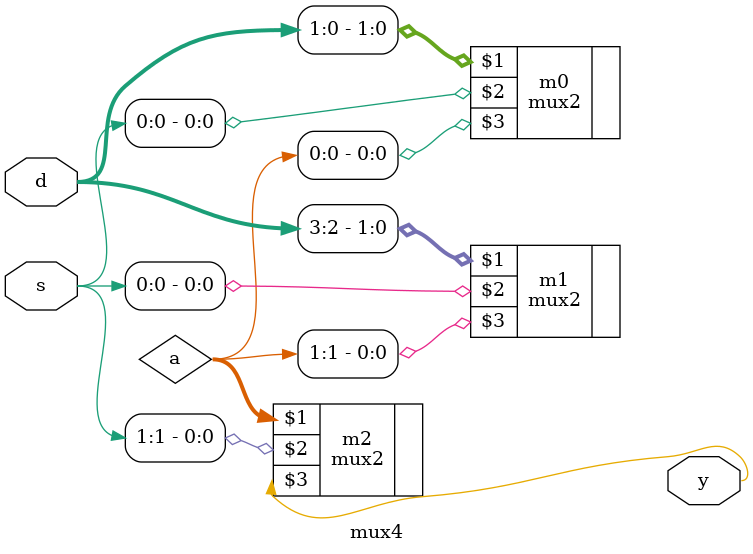
<source format=sv>
module mux4(input logic [3:0]d, input logic [1:0]s, output logic y); 

	logic [1:0]a;
	
	mux2 m0(d[1:0], s[0], a[0]);
	mux2 m1(d[3:2], s[0], a[1]);
	mux2 m2(a[1:0], s[1], y);

endmodule


</source>
